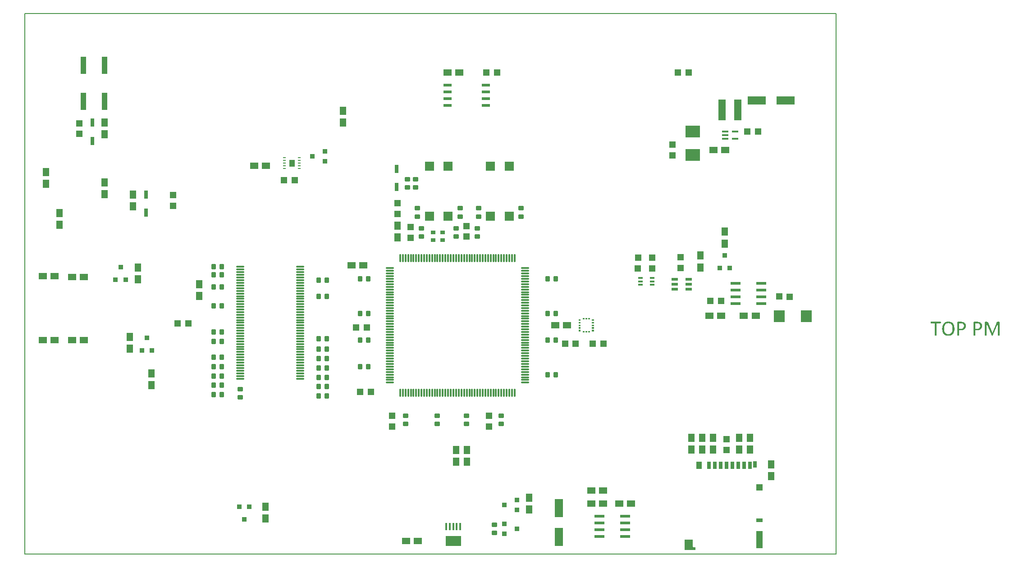
<source format=gtp>
G04*
G04 #@! TF.GenerationSoftware,Altium Limited,Altium Designer,19.0.15 (446)*
G04*
G04 Layer_Color=8421504*
%FSLAX23Y23*%
%MOIN*%
G70*
G01*
G75*
%ADD15C,0.005*%
%ADD17R,0.050X0.022*%
%ADD18R,0.138X0.063*%
%ADD19R,0.063X0.138*%
%ADD20R,0.050X0.060*%
%ADD21R,0.060X0.050*%
%ADD22R,0.050X0.047*%
%ADD23R,0.035X0.031*%
G04:AMPARAMS|DCode=24|XSize=37mil|YSize=35mil|CornerRadius=4mil|HoleSize=0mil|Usage=FLASHONLY|Rotation=180.000|XOffset=0mil|YOffset=0mil|HoleType=Round|Shape=RoundedRectangle|*
%AMROUNDEDRECTD24*
21,1,0.037,0.027,0,0,180.0*
21,1,0.029,0.035,0,0,180.0*
1,1,0.008,-0.014,0.014*
1,1,0.008,0.014,0.014*
1,1,0.008,0.014,-0.014*
1,1,0.008,-0.014,-0.014*
%
%ADD24ROUNDEDRECTD24*%
%ADD25R,0.031X0.063*%
%ADD26R,0.071X0.071*%
G04:AMPARAMS|DCode=27|XSize=59mil|YSize=11mil|CornerRadius=1mil|HoleSize=0mil|Usage=FLASHONLY|Rotation=270.000|XOffset=0mil|YOffset=0mil|HoleType=Round|Shape=RoundedRectangle|*
%AMROUNDEDRECTD27*
21,1,0.059,0.008,0,0,270.0*
21,1,0.056,0.011,0,0,270.0*
1,1,0.003,-0.004,-0.028*
1,1,0.003,-0.004,0.028*
1,1,0.003,0.004,0.028*
1,1,0.003,0.004,-0.028*
%
%ADD27ROUNDEDRECTD27*%
G04:AMPARAMS|DCode=28|XSize=59mil|YSize=11mil|CornerRadius=1mil|HoleSize=0mil|Usage=FLASHONLY|Rotation=0.000|XOffset=0mil|YOffset=0mil|HoleType=Round|Shape=RoundedRectangle|*
%AMROUNDEDRECTD28*
21,1,0.059,0.008,0,0,0.0*
21,1,0.056,0.011,0,0,0.0*
1,1,0.003,0.028,-0.004*
1,1,0.003,-0.028,-0.004*
1,1,0.003,-0.028,0.004*
1,1,0.003,0.028,0.004*
%
%ADD28ROUNDEDRECTD28*%
G04:AMPARAMS|DCode=29|XSize=37mil|YSize=35mil|CornerRadius=4mil|HoleSize=0mil|Usage=FLASHONLY|Rotation=90.000|XOffset=0mil|YOffset=0mil|HoleType=Round|Shape=RoundedRectangle|*
%AMROUNDEDRECTD29*
21,1,0.037,0.027,0,0,90.0*
21,1,0.029,0.035,0,0,90.0*
1,1,0.008,0.014,0.014*
1,1,0.008,0.014,-0.014*
1,1,0.008,-0.014,-0.014*
1,1,0.008,-0.014,0.014*
%
%ADD29ROUNDEDRECTD29*%
%ADD30R,0.047X0.050*%
G04:AMPARAMS|DCode=31|XSize=57mil|YSize=11mil|CornerRadius=1mil|HoleSize=0mil|Usage=FLASHONLY|Rotation=0.000|XOffset=0mil|YOffset=0mil|HoleType=Round|Shape=RoundedRectangle|*
%AMROUNDEDRECTD31*
21,1,0.057,0.008,0,0,0.0*
21,1,0.054,0.011,0,0,0.0*
1,1,0.003,0.027,-0.004*
1,1,0.003,-0.027,-0.004*
1,1,0.003,-0.027,0.004*
1,1,0.003,0.027,0.004*
%
%ADD31ROUNDEDRECTD31*%
%ADD32R,0.114X0.075*%
%ADD33R,0.016X0.053*%
%ADD34R,0.037X0.035*%
%ADD35R,0.037X0.035*%
G04:AMPARAMS|DCode=36|XSize=75mil|YSize=22mil|CornerRadius=3mil|HoleSize=0mil|Usage=FLASHONLY|Rotation=180.000|XOffset=0mil|YOffset=0mil|HoleType=Round|Shape=RoundedRectangle|*
%AMROUNDEDRECTD36*
21,1,0.075,0.017,0,0,180.0*
21,1,0.070,0.022,0,0,180.0*
1,1,0.006,-0.035,0.008*
1,1,0.006,0.035,0.008*
1,1,0.006,0.035,-0.008*
1,1,0.006,-0.035,-0.008*
%
%ADD36ROUNDEDRECTD36*%
%ADD37R,0.035X0.037*%
%ADD38R,0.035X0.037*%
%ADD39R,0.039X0.055*%
%ADD40R,0.028X0.055*%
%ADD41R,0.047X0.126*%
%ADD42R,0.047X0.047*%
%ADD43R,0.047X0.031*%
%ADD44R,0.028X0.047*%
%ADD45R,0.037X0.016*%
%ADD46R,0.080X0.090*%
G04:AMPARAMS|DCode=47|XSize=47mil|YSize=16mil|CornerRadius=4mil|HoleSize=0mil|Usage=FLASHONLY|Rotation=0.000|XOffset=0mil|YOffset=0mil|HoleType=Round|Shape=RoundedRectangle|*
%AMROUNDEDRECTD47*
21,1,0.047,0.008,0,0,0.0*
21,1,0.039,0.016,0,0,0.0*
1,1,0.008,0.019,-0.004*
1,1,0.008,-0.019,-0.004*
1,1,0.008,-0.019,0.004*
1,1,0.008,0.019,0.004*
%
%ADD47ROUNDEDRECTD47*%
%ADD48R,0.057X0.153*%
%ADD49R,0.108X0.085*%
G04:AMPARAMS|DCode=50|XSize=63mil|YSize=23mil|CornerRadius=3mil|HoleSize=0mil|Usage=FLASHONLY|Rotation=0.000|XOffset=0mil|YOffset=0mil|HoleType=Round|Shape=RoundedRectangle|*
%AMROUNDEDRECTD50*
21,1,0.063,0.017,0,0,0.0*
21,1,0.058,0.023,0,0,0.0*
1,1,0.006,0.029,-0.009*
1,1,0.006,-0.029,-0.009*
1,1,0.006,-0.029,0.009*
1,1,0.006,0.029,0.009*
%
%ADD50ROUNDEDRECTD50*%
%ADD51R,0.022X0.009*%
%ADD52R,0.039X0.126*%
G36*
X1996Y2869D02*
X1956D01*
Y2919D01*
X1996D01*
Y2869D01*
D02*
G37*
G36*
X4180Y1737D02*
X4166D01*
Y1748D01*
X4180D01*
Y1737D01*
D02*
G37*
G36*
X4161D02*
X4146D01*
Y1748D01*
X4161D01*
Y1737D01*
D02*
G37*
G36*
X4141D02*
X4127D01*
Y1748D01*
X4141D01*
Y1737D01*
D02*
G37*
G36*
X4209Y1728D02*
X4195D01*
Y1739D01*
X4209D01*
Y1728D01*
D02*
G37*
G36*
X4112D02*
X4098D01*
Y1739D01*
X4112D01*
Y1728D01*
D02*
G37*
G36*
X4209Y1708D02*
X4195D01*
Y1719D01*
X4209D01*
Y1708D01*
D02*
G37*
G36*
X4112D02*
X4098D01*
Y1719D01*
X4112D01*
Y1708D01*
D02*
G37*
G36*
X4209Y1688D02*
X4195D01*
Y1699D01*
X4209D01*
Y1688D01*
D02*
G37*
G36*
X4112D02*
X4098D01*
Y1699D01*
X4112D01*
Y1688D01*
D02*
G37*
G36*
X4209Y1669D02*
X4195D01*
Y1680D01*
X4209D01*
Y1669D01*
D02*
G37*
G36*
X4112D02*
X4098D01*
Y1680D01*
X4112D01*
Y1669D01*
D02*
G37*
G36*
X4209Y1649D02*
X4195D01*
Y1660D01*
X4209D01*
Y1649D01*
D02*
G37*
G36*
X4112D02*
X4098D01*
Y1660D01*
X4112D01*
Y1649D01*
D02*
G37*
G36*
X4180Y1640D02*
X4166D01*
Y1651D01*
X4180D01*
Y1640D01*
D02*
G37*
G36*
X4161D02*
X4146D01*
Y1651D01*
X4161D01*
Y1640D01*
D02*
G37*
G36*
X4141D02*
X4127D01*
Y1651D01*
X4141D01*
Y1640D01*
D02*
G37*
G36*
X4941Y57D02*
X4947Y51D01*
X4961D01*
Y31D01*
X4882D01*
Y106D01*
X4941D01*
Y57D01*
D02*
G37*
G36*
X7207Y1720D02*
X7208Y1720D01*
X7208D01*
X7209Y1719D01*
X7209Y1719D01*
X7210Y1718D01*
X7210Y1718D01*
X7210Y1718D01*
X7211Y1717D01*
X7211Y1716D01*
X7211Y1716D01*
X7211Y1716D01*
X7211Y1715D01*
Y1714D01*
Y1620D01*
Y1620D01*
X7211Y1619D01*
X7211Y1619D01*
X7210Y1618D01*
X7210Y1618D01*
X7210D01*
X7209Y1618D01*
X7209D01*
X7208Y1618D01*
X7208D01*
X7207Y1618D01*
X7206Y1618D01*
X7203D01*
X7202Y1618D01*
X7201Y1618D01*
X7201D01*
X7201Y1618D01*
X7200D01*
X7199Y1618D01*
X7199D01*
X7199Y1618D01*
X7198Y1619D01*
Y1619D01*
Y1619D01*
X7198Y1620D01*
Y1709D01*
X7198D01*
X7162Y1620D01*
X7162Y1619D01*
X7161Y1619D01*
X7161Y1618D01*
X7160Y1618D01*
X7160Y1618D01*
X7160D01*
X7159Y1618D01*
X7159D01*
X7158Y1618D01*
X7157D01*
X7156Y1618D01*
X7153D01*
X7152Y1618D01*
X7152D01*
X7151Y1618D01*
X7150Y1618D01*
X7150D01*
X7150Y1618D01*
X7149Y1619D01*
Y1619D01*
X7149Y1619D01*
X7149Y1620D01*
X7114Y1709D01*
Y1620D01*
Y1620D01*
X7114Y1619D01*
X7113Y1619D01*
X7113Y1618D01*
X7113Y1618D01*
X7112D01*
X7112Y1618D01*
X7111D01*
X7110Y1618D01*
X7110D01*
X7110Y1618D01*
X7108Y1618D01*
X7106D01*
X7105Y1618D01*
X7104Y1618D01*
X7104D01*
X7103Y1618D01*
X7102D01*
X7102Y1618D01*
X7102D01*
X7102Y1618D01*
X7101Y1619D01*
Y1619D01*
Y1619D01*
X7101Y1620D01*
Y1714D01*
Y1714D01*
Y1714D01*
X7101Y1715D01*
Y1716D01*
X7101Y1717D01*
X7102Y1718D01*
X7103Y1719D01*
X7104Y1719D01*
X7105Y1720D01*
X7106Y1720D01*
X7116D01*
X7117Y1720D01*
X7119Y1719D01*
X7119D01*
X7119Y1719D01*
X7120Y1719D01*
X7121Y1718D01*
X7122Y1718D01*
X7123Y1718D01*
X7123Y1717D01*
X7124Y1716D01*
X7125Y1715D01*
X7125Y1715D01*
X7125Y1714D01*
X7126Y1713D01*
X7126Y1712D01*
X7156Y1638D01*
X7156D01*
X7186Y1711D01*
Y1712D01*
X7186Y1712D01*
X7187Y1713D01*
X7188Y1714D01*
X7188Y1715D01*
X7188Y1716D01*
X7189Y1716D01*
X7190Y1717D01*
X7190Y1718D01*
X7191Y1718D01*
X7191Y1718D01*
X7192Y1719D01*
X7193Y1719D01*
X7194Y1720D01*
X7194Y1720D01*
X7195Y1720D01*
X7206D01*
X7207Y1720D01*
D02*
G37*
G36*
X7049D02*
X7051Y1720D01*
X7051D01*
X7052Y1719D01*
X7053Y1719D01*
X7054Y1719D01*
X7055Y1719D01*
X7058Y1718D01*
X7058D01*
X7059Y1718D01*
X7060Y1718D01*
X7061Y1718D01*
X7062Y1717D01*
X7063Y1717D01*
X7066Y1715D01*
X7067Y1715D01*
X7067Y1715D01*
X7068Y1714D01*
X7069Y1713D01*
X7071Y1711D01*
X7074Y1709D01*
X7074Y1709D01*
X7074Y1708D01*
X7075Y1707D01*
X7076Y1706D01*
X7076Y1705D01*
X7077Y1704D01*
X7078Y1700D01*
Y1700D01*
X7079Y1700D01*
X7079Y1699D01*
X7079Y1697D01*
X7080Y1696D01*
X7080Y1694D01*
X7080Y1690D01*
Y1690D01*
Y1689D01*
X7080Y1687D01*
X7080Y1686D01*
X7080Y1683D01*
X7079Y1681D01*
X7078Y1679D01*
X7078Y1676D01*
X7077Y1676D01*
X7077Y1675D01*
X7076Y1674D01*
X7076Y1673D01*
X7075Y1671D01*
X7073Y1669D01*
X7072Y1667D01*
X7070Y1666D01*
X7070Y1665D01*
X7069Y1665D01*
X7068Y1664D01*
X7067Y1663D01*
X7065Y1662D01*
X7063Y1661D01*
X7061Y1660D01*
X7059Y1659D01*
X7058D01*
X7057Y1659D01*
X7056Y1658D01*
X7054Y1658D01*
X7052Y1657D01*
X7049Y1657D01*
X7046Y1657D01*
X7042Y1657D01*
X7031D01*
Y1620D01*
Y1620D01*
X7031Y1619D01*
X7030Y1619D01*
X7030Y1618D01*
X7029Y1618D01*
X7029D01*
X7029Y1618D01*
X7028D01*
X7027Y1618D01*
X7027D01*
X7026Y1618D01*
X7025Y1618D01*
X7023D01*
X7022Y1618D01*
X7021Y1618D01*
X7021D01*
X7020Y1618D01*
X7019Y1618D01*
X7018D01*
X7018Y1618D01*
X7018Y1619D01*
Y1619D01*
Y1619D01*
X7017Y1620D01*
Y1714D01*
Y1714D01*
Y1715D01*
X7018Y1716D01*
X7018Y1717D01*
X7019Y1718D01*
X7019Y1719D01*
X7020Y1719D01*
X7021Y1720D01*
X7023Y1720D01*
X7047D01*
X7049Y1720D01*
D02*
G37*
G36*
X6929D02*
X6931Y1720D01*
X6932D01*
X6932Y1719D01*
X6933Y1719D01*
X6934Y1719D01*
X6935Y1719D01*
X6938Y1718D01*
X6938D01*
X6939Y1718D01*
X6940Y1718D01*
X6941Y1718D01*
X6942Y1717D01*
X6944Y1717D01*
X6947Y1715D01*
X6947Y1715D01*
X6947Y1715D01*
X6948Y1714D01*
X6949Y1713D01*
X6952Y1711D01*
X6954Y1709D01*
X6954Y1709D01*
X6955Y1708D01*
X6955Y1707D01*
X6956Y1706D01*
X6957Y1705D01*
X6957Y1704D01*
X6959Y1700D01*
Y1700D01*
X6959Y1700D01*
X6959Y1699D01*
X6960Y1697D01*
X6960Y1696D01*
X6960Y1694D01*
X6960Y1690D01*
Y1690D01*
Y1689D01*
X6960Y1687D01*
X6960Y1686D01*
X6960Y1683D01*
X6959Y1681D01*
X6959Y1679D01*
X6958Y1676D01*
X6958Y1676D01*
X6957Y1675D01*
X6957Y1674D01*
X6956Y1673D01*
X6955Y1671D01*
X6954Y1669D01*
X6952Y1667D01*
X6951Y1666D01*
X6950Y1665D01*
X6950Y1665D01*
X6949Y1664D01*
X6947Y1663D01*
X6946Y1662D01*
X6944Y1661D01*
X6941Y1660D01*
X6939Y1659D01*
X6938D01*
X6938Y1659D01*
X6936Y1658D01*
X6934Y1658D01*
X6932Y1657D01*
X6929Y1657D01*
X6926Y1657D01*
X6923Y1657D01*
X6911D01*
Y1620D01*
Y1620D01*
X6911Y1619D01*
X6910Y1619D01*
X6910Y1618D01*
X6910Y1618D01*
X6909D01*
X6909Y1618D01*
X6908D01*
X6908Y1618D01*
X6907D01*
X6907Y1618D01*
X6906Y1618D01*
X6903D01*
X6902Y1618D01*
X6901Y1618D01*
X6901D01*
X6900Y1618D01*
X6899Y1618D01*
X6899D01*
X6899Y1618D01*
X6898Y1619D01*
Y1619D01*
Y1619D01*
X6898Y1620D01*
Y1714D01*
Y1714D01*
Y1715D01*
X6898Y1716D01*
X6898Y1717D01*
X6899Y1718D01*
X6900Y1719D01*
X6900Y1719D01*
X6902Y1720D01*
X6903Y1720D01*
X6927D01*
X6929Y1720D01*
D02*
G37*
G36*
X6775Y1720D02*
X6775D01*
X6775Y1719D01*
X6775Y1718D01*
Y1718D01*
X6776Y1718D01*
X6776Y1717D01*
X6776Y1717D01*
Y1716D01*
X6776Y1716D01*
Y1715D01*
Y1714D01*
Y1714D01*
Y1713D01*
Y1712D01*
X6776Y1711D01*
Y1711D01*
X6776Y1711D01*
X6775Y1710D01*
X6775Y1709D01*
X6775Y1709D01*
X6774D01*
X6773Y1708D01*
X6745D01*
Y1620D01*
Y1620D01*
X6744Y1619D01*
X6744Y1619D01*
X6744Y1618D01*
X6743Y1618D01*
X6743D01*
X6743Y1618D01*
X6742D01*
X6741Y1618D01*
X6741D01*
X6740Y1618D01*
X6739Y1618D01*
X6737D01*
X6736Y1618D01*
X6735Y1618D01*
X6735D01*
X6734Y1618D01*
X6733Y1618D01*
X6732D01*
X6732Y1618D01*
X6732Y1619D01*
Y1619D01*
Y1619D01*
X6731Y1620D01*
Y1708D01*
X6702D01*
X6701Y1709D01*
X6701Y1709D01*
X6701Y1710D01*
Y1710D01*
X6700Y1710D01*
Y1711D01*
X6700Y1711D01*
Y1712D01*
Y1712D01*
X6700Y1713D01*
Y1714D01*
Y1714D01*
Y1715D01*
Y1716D01*
X6700Y1717D01*
Y1717D01*
X6700Y1717D01*
X6701Y1718D01*
Y1719D01*
X6701Y1719D01*
X6701Y1720D01*
X6702D01*
X6702Y1720D01*
X6703Y1720D01*
X6774D01*
X6775Y1720D01*
D02*
G37*
G36*
X6836Y1721D02*
X6838Y1721D01*
X6842Y1721D01*
X6845Y1720D01*
X6848Y1719D01*
X6851Y1718D01*
X6852D01*
X6852Y1718D01*
X6853Y1717D01*
X6854Y1716D01*
X6856Y1715D01*
X6859Y1714D01*
X6861Y1712D01*
X6863Y1710D01*
X6865Y1708D01*
X6865Y1708D01*
X6866Y1707D01*
X6867Y1705D01*
X6868Y1704D01*
X6870Y1701D01*
X6871Y1698D01*
X6873Y1695D01*
X6874Y1692D01*
Y1692D01*
X6874Y1692D01*
Y1691D01*
X6874Y1690D01*
X6874Y1689D01*
X6875Y1688D01*
X6875Y1686D01*
X6875Y1682D01*
X6876Y1679D01*
X6876Y1675D01*
X6876Y1670D01*
Y1670D01*
Y1669D01*
Y1669D01*
Y1668D01*
Y1667D01*
X6876Y1666D01*
X6876Y1663D01*
X6876Y1659D01*
X6875Y1655D01*
X6874Y1652D01*
X6873Y1648D01*
Y1648D01*
X6873Y1647D01*
X6873Y1647D01*
X6873Y1646D01*
X6872Y1644D01*
X6871Y1642D01*
X6870Y1639D01*
X6869Y1637D01*
X6867Y1634D01*
X6865Y1631D01*
X6865Y1631D01*
X6864Y1630D01*
X6862Y1629D01*
X6861Y1627D01*
X6859Y1625D01*
X6856Y1624D01*
X6853Y1622D01*
X6850Y1620D01*
X6850D01*
X6850Y1620D01*
X6849Y1620D01*
X6849Y1620D01*
X6847Y1619D01*
X6844Y1618D01*
X6841Y1618D01*
X6838Y1617D01*
X6834Y1617D01*
X6830Y1617D01*
X6828D01*
X6827Y1617D01*
X6826D01*
X6823Y1617D01*
X6820Y1617D01*
X6816Y1618D01*
X6813Y1619D01*
X6810Y1620D01*
X6810Y1620D01*
X6808Y1621D01*
X6807Y1621D01*
X6805Y1622D01*
X6803Y1624D01*
X6801Y1626D01*
X6798Y1628D01*
X6796Y1630D01*
X6796Y1630D01*
X6795Y1631D01*
X6794Y1633D01*
X6793Y1635D01*
X6792Y1637D01*
X6790Y1640D01*
X6789Y1643D01*
X6788Y1646D01*
Y1646D01*
X6788Y1647D01*
Y1647D01*
X6787Y1648D01*
X6787Y1649D01*
X6787Y1650D01*
X6787Y1653D01*
X6786Y1656D01*
X6786Y1660D01*
X6785Y1664D01*
X6785Y1668D01*
Y1669D01*
Y1669D01*
Y1669D01*
Y1670D01*
Y1671D01*
X6785Y1673D01*
X6786Y1676D01*
X6786Y1679D01*
X6786Y1683D01*
X6787Y1686D01*
X6788Y1690D01*
Y1690D01*
X6788Y1691D01*
X6788Y1691D01*
X6789Y1692D01*
X6789Y1694D01*
X6790Y1696D01*
X6791Y1699D01*
X6793Y1701D01*
X6795Y1704D01*
X6797Y1707D01*
X6797Y1707D01*
X6798Y1708D01*
X6799Y1709D01*
X6801Y1711D01*
X6803Y1712D01*
X6805Y1714D01*
X6808Y1716D01*
X6811Y1718D01*
X6812D01*
X6812Y1718D01*
X6812Y1718D01*
X6813Y1718D01*
X6815Y1719D01*
X6817Y1720D01*
X6820Y1720D01*
X6824Y1721D01*
X6828Y1721D01*
X6832Y1721D01*
X6834D01*
X6836Y1721D01*
D02*
G37*
%LPC*%
G36*
X7043Y1709D02*
X7031D01*
Y1668D01*
X7045D01*
X7047Y1668D01*
X7048Y1668D01*
X7050Y1668D01*
X7052Y1669D01*
X7053Y1669D01*
X7053D01*
X7054Y1670D01*
X7055Y1670D01*
X7056Y1670D01*
X7058Y1672D01*
X7060Y1674D01*
X7060Y1674D01*
X7061Y1674D01*
X7061Y1675D01*
X7062Y1676D01*
X7063Y1678D01*
X7064Y1680D01*
Y1681D01*
X7065Y1681D01*
X7065Y1682D01*
X7065Y1683D01*
X7065Y1684D01*
X7066Y1686D01*
X7066Y1689D01*
Y1689D01*
Y1690D01*
X7066Y1691D01*
X7065Y1693D01*
X7065Y1694D01*
X7065Y1696D01*
X7064Y1698D01*
X7063Y1699D01*
X7063Y1700D01*
X7063Y1700D01*
X7063Y1701D01*
X7062Y1702D01*
X7060Y1704D01*
X7059Y1705D01*
X7058Y1706D01*
X7057Y1706D01*
X7057Y1706D01*
X7056Y1706D01*
X7055Y1707D01*
X7053Y1708D01*
X7051Y1708D01*
X7050D01*
X7050Y1708D01*
X7049D01*
X7048Y1708D01*
X7046Y1709D01*
X7043Y1709D01*
D02*
G37*
G36*
X6924D02*
X6911D01*
Y1668D01*
X6926D01*
X6927Y1668D01*
X6929Y1668D01*
X6930Y1668D01*
X6932Y1669D01*
X6934Y1669D01*
X6934D01*
X6934Y1670D01*
X6935Y1670D01*
X6936Y1670D01*
X6938Y1672D01*
X6940Y1674D01*
X6941Y1674D01*
X6941Y1674D01*
X6941Y1675D01*
X6942Y1676D01*
X6943Y1678D01*
X6945Y1680D01*
Y1681D01*
X6945Y1681D01*
X6945Y1682D01*
X6945Y1683D01*
X6946Y1684D01*
X6946Y1686D01*
X6946Y1689D01*
Y1689D01*
Y1690D01*
X6946Y1691D01*
X6946Y1693D01*
X6946Y1694D01*
X6945Y1696D01*
X6945Y1698D01*
X6944Y1699D01*
X6944Y1700D01*
X6943Y1700D01*
X6943Y1701D01*
X6942Y1702D01*
X6940Y1704D01*
X6939Y1705D01*
X6938Y1706D01*
X6938Y1706D01*
X6937Y1706D01*
X6937Y1706D01*
X6936Y1707D01*
X6934Y1708D01*
X6931Y1708D01*
X6931D01*
X6930Y1708D01*
X6930D01*
X6929Y1708D01*
X6926Y1709D01*
X6924Y1709D01*
D02*
G37*
G36*
X6831Y1710D02*
X6830D01*
X6828Y1710D01*
X6826Y1709D01*
X6824Y1709D01*
X6821Y1708D01*
X6819Y1707D01*
X6816Y1706D01*
X6816Y1706D01*
X6815Y1706D01*
X6814Y1705D01*
X6813Y1704D01*
X6811Y1703D01*
X6810Y1701D01*
X6808Y1700D01*
X6806Y1698D01*
X6806Y1697D01*
X6806Y1697D01*
X6805Y1695D01*
X6804Y1694D01*
X6803Y1692D01*
X6803Y1690D01*
X6802Y1687D01*
X6801Y1685D01*
Y1684D01*
X6801Y1683D01*
X6801Y1682D01*
X6800Y1680D01*
X6800Y1678D01*
X6800Y1675D01*
X6800Y1672D01*
Y1669D01*
Y1669D01*
Y1669D01*
Y1668D01*
Y1666D01*
X6800Y1664D01*
X6800Y1661D01*
X6800Y1659D01*
X6801Y1653D01*
Y1652D01*
X6801Y1651D01*
X6802Y1650D01*
X6802Y1648D01*
X6803Y1646D01*
X6804Y1644D01*
X6805Y1642D01*
X6806Y1640D01*
X6806Y1640D01*
X6807Y1639D01*
X6807Y1638D01*
X6809Y1637D01*
X6810Y1635D01*
X6812Y1634D01*
X6814Y1633D01*
X6816Y1631D01*
X6816Y1631D01*
X6817Y1631D01*
X6818Y1630D01*
X6820Y1630D01*
X6822Y1629D01*
X6824Y1629D01*
X6827Y1628D01*
X6830Y1628D01*
X6832D01*
X6834Y1628D01*
X6836Y1629D01*
X6838Y1629D01*
X6840Y1630D01*
X6843Y1630D01*
X6845Y1632D01*
X6846Y1632D01*
X6846Y1632D01*
X6847Y1633D01*
X6849Y1634D01*
X6850Y1635D01*
X6852Y1637D01*
X6854Y1638D01*
X6855Y1640D01*
X6855Y1641D01*
X6856Y1641D01*
X6856Y1643D01*
X6857Y1644D01*
X6858Y1646D01*
X6859Y1648D01*
X6860Y1651D01*
X6860Y1653D01*
Y1654D01*
X6861Y1655D01*
X6861Y1656D01*
X6861Y1658D01*
X6861Y1661D01*
X6862Y1663D01*
X6862Y1666D01*
Y1669D01*
Y1669D01*
Y1669D01*
Y1671D01*
Y1672D01*
X6862Y1674D01*
X6862Y1677D01*
X6861Y1680D01*
X6860Y1685D01*
Y1686D01*
X6860Y1686D01*
X6860Y1688D01*
X6859Y1690D01*
X6859Y1692D01*
X6858Y1694D01*
X6857Y1696D01*
X6855Y1698D01*
X6855Y1698D01*
X6855Y1699D01*
X6854Y1700D01*
X6853Y1701D01*
X6851Y1703D01*
X6850Y1704D01*
X6848Y1705D01*
X6846Y1707D01*
X6846Y1707D01*
X6845Y1707D01*
X6843Y1708D01*
X6842Y1708D01*
X6840Y1709D01*
X6837Y1709D01*
X6834Y1710D01*
X6831Y1710D01*
D02*
G37*
%LPD*%
D15*
X0Y0D02*
Y4000D01*
X6000D01*
Y0D02*
Y4000D01*
X0Y0D02*
X6000D01*
D17*
X4807Y2035D02*
D03*
Y1998D02*
D03*
Y1961D02*
D03*
X4909D02*
D03*
Y1998D02*
D03*
Y2035D02*
D03*
D18*
X5628Y3356D02*
D03*
X5415D02*
D03*
D19*
X3951Y128D02*
D03*
Y341D02*
D03*
D20*
X157Y2742D02*
D03*
Y2829D02*
D03*
X256Y2524D02*
D03*
Y2437D02*
D03*
X5089Y773D02*
D03*
Y861D02*
D03*
X5012Y773D02*
D03*
Y861D02*
D03*
X5285Y773D02*
D03*
Y861D02*
D03*
X5364Y773D02*
D03*
Y861D02*
D03*
X4931Y773D02*
D03*
Y861D02*
D03*
X3269Y685D02*
D03*
Y772D02*
D03*
X3190D02*
D03*
Y685D02*
D03*
X2756Y2431D02*
D03*
Y2343D02*
D03*
X3730Y330D02*
D03*
Y418D02*
D03*
X1781Y352D02*
D03*
Y265D02*
D03*
X5522Y664D02*
D03*
Y576D02*
D03*
X4998Y2122D02*
D03*
Y2210D02*
D03*
X5177Y2299D02*
D03*
Y2386D02*
D03*
X778Y1609D02*
D03*
Y1521D02*
D03*
X837Y2121D02*
D03*
Y2033D02*
D03*
X1289Y1911D02*
D03*
Y1999D02*
D03*
X2354Y3282D02*
D03*
Y3194D02*
D03*
X591Y3106D02*
D03*
Y3193D02*
D03*
Y2663D02*
D03*
Y2750D02*
D03*
X799Y2574D02*
D03*
Y2662D02*
D03*
X937Y1251D02*
D03*
Y1339D02*
D03*
D21*
X3126Y3563D02*
D03*
X3213D02*
D03*
X4012Y1693D02*
D03*
X3925D02*
D03*
X2417Y2136D02*
D03*
X2504D02*
D03*
X2820Y98D02*
D03*
X2908D02*
D03*
X4189Y472D02*
D03*
X4276D02*
D03*
X4189Y374D02*
D03*
X4276D02*
D03*
X4396D02*
D03*
X4484D02*
D03*
X5063Y1764D02*
D03*
X5151D02*
D03*
X5318D02*
D03*
X5406D02*
D03*
X350Y1585D02*
D03*
X437D02*
D03*
X133Y1585D02*
D03*
X221D02*
D03*
X133Y2057D02*
D03*
X221D02*
D03*
X350Y2051D02*
D03*
X437D02*
D03*
X5094Y2992D02*
D03*
X5182D02*
D03*
X1784Y2874D02*
D03*
X1696D02*
D03*
D22*
X2756Y2599D02*
D03*
X2756Y2519D02*
D03*
X3268Y2350D02*
D03*
X3268Y2429D02*
D03*
X2854Y2422D02*
D03*
X2854Y2342D02*
D03*
X3435Y945D02*
D03*
X3435Y1024D02*
D03*
X2717Y1024D02*
D03*
X2716Y945D02*
D03*
X5189Y851D02*
D03*
X5189Y771D02*
D03*
X4852Y2199D02*
D03*
X4852Y2119D02*
D03*
X4642Y2114D02*
D03*
X4642Y2193D02*
D03*
X4536Y2193D02*
D03*
X4535Y2114D02*
D03*
X4791Y3032D02*
D03*
X4791Y2952D02*
D03*
X403Y3110D02*
D03*
X404Y3189D02*
D03*
X1098Y2578D02*
D03*
X1098Y2658D02*
D03*
D23*
X3019Y2324D02*
D03*
Y2381D02*
D03*
X3092Y2324D02*
D03*
Y2381D02*
D03*
D24*
X3346Y2352D02*
D03*
Y2412D02*
D03*
X3191Y2351D02*
D03*
Y2411D02*
D03*
X2933Y2352D02*
D03*
Y2412D02*
D03*
X2830Y2714D02*
D03*
Y2774D02*
D03*
X2889Y2714D02*
D03*
Y2774D02*
D03*
X2904Y2499D02*
D03*
Y2560D02*
D03*
X3219Y2499D02*
D03*
Y2560D02*
D03*
X3356Y2499D02*
D03*
Y2560D02*
D03*
X3671Y2499D02*
D03*
Y2560D02*
D03*
X3524Y1024D02*
D03*
Y964D02*
D03*
X3268Y1024D02*
D03*
Y964D02*
D03*
X3051Y1024D02*
D03*
Y964D02*
D03*
X2816Y1024D02*
D03*
Y964D02*
D03*
X1595Y1221D02*
D03*
Y1161D02*
D03*
X3474Y157D02*
D03*
Y217D02*
D03*
D25*
X2752Y2717D02*
D03*
Y2850D02*
D03*
X502Y3059D02*
D03*
Y3193D02*
D03*
X898Y2661D02*
D03*
Y2528D02*
D03*
D26*
X3583Y2872D02*
D03*
Y2502D02*
D03*
X3445Y2872D02*
D03*
Y2502D02*
D03*
X3131Y2870D02*
D03*
Y2500D02*
D03*
X2993Y2870D02*
D03*
Y2500D02*
D03*
D27*
X3623Y1194D02*
D03*
X3604D02*
D03*
X3584D02*
D03*
X3564D02*
D03*
X3544D02*
D03*
X3525D02*
D03*
X3505D02*
D03*
X3485D02*
D03*
X3466D02*
D03*
X3446D02*
D03*
X3426D02*
D03*
X3407D02*
D03*
X3387D02*
D03*
X3367D02*
D03*
X3348D02*
D03*
X3328D02*
D03*
X3308D02*
D03*
X3289D02*
D03*
X3269D02*
D03*
X3249D02*
D03*
X3230D02*
D03*
X3210D02*
D03*
X3190D02*
D03*
X3170D02*
D03*
X3151D02*
D03*
X3131D02*
D03*
X3111D02*
D03*
X3092D02*
D03*
X3072D02*
D03*
X3052D02*
D03*
X3033D02*
D03*
X3013D02*
D03*
X2993D02*
D03*
X2974D02*
D03*
X2954D02*
D03*
X2934D02*
D03*
X2915D02*
D03*
X2895D02*
D03*
X2875D02*
D03*
X2856D02*
D03*
X2836D02*
D03*
X2816D02*
D03*
X2796D02*
D03*
X2777D02*
D03*
Y2192D02*
D03*
X2796D02*
D03*
X2816D02*
D03*
X2836D02*
D03*
X2856D02*
D03*
X2875D02*
D03*
X2895D02*
D03*
X2915D02*
D03*
X2934D02*
D03*
X2954D02*
D03*
X2974D02*
D03*
X2993D02*
D03*
X3013D02*
D03*
X3033D02*
D03*
X3052D02*
D03*
X3072D02*
D03*
X3092D02*
D03*
X3111D02*
D03*
X3131D02*
D03*
X3151D02*
D03*
X3170D02*
D03*
X3190D02*
D03*
X3210D02*
D03*
X3230D02*
D03*
X3249D02*
D03*
X3269D02*
D03*
X3289D02*
D03*
X3308D02*
D03*
X3328D02*
D03*
X3348D02*
D03*
X3367D02*
D03*
X3387D02*
D03*
X3407D02*
D03*
X3426D02*
D03*
X3446D02*
D03*
X3466D02*
D03*
X3485D02*
D03*
X3505D02*
D03*
X3525D02*
D03*
X3544D02*
D03*
X3564D02*
D03*
X3584D02*
D03*
X3604D02*
D03*
X3623D02*
D03*
D28*
X3699Y2117D02*
D03*
Y2097D02*
D03*
Y2077D02*
D03*
Y2057D02*
D03*
Y2038D02*
D03*
Y2018D02*
D03*
Y1998D02*
D03*
Y1979D02*
D03*
Y1959D02*
D03*
Y1939D02*
D03*
Y1920D02*
D03*
Y1900D02*
D03*
Y1880D02*
D03*
Y1861D02*
D03*
Y1841D02*
D03*
Y1821D02*
D03*
Y1802D02*
D03*
Y1782D02*
D03*
Y1762D02*
D03*
Y1743D02*
D03*
Y1723D02*
D03*
Y1703D02*
D03*
Y1683D02*
D03*
Y1664D02*
D03*
Y1644D02*
D03*
Y1624D02*
D03*
Y1605D02*
D03*
Y1585D02*
D03*
Y1565D02*
D03*
Y1546D02*
D03*
Y1526D02*
D03*
Y1506D02*
D03*
Y1487D02*
D03*
Y1467D02*
D03*
Y1447D02*
D03*
Y1428D02*
D03*
Y1408D02*
D03*
Y1388D02*
D03*
Y1369D02*
D03*
Y1349D02*
D03*
Y1329D02*
D03*
Y1309D02*
D03*
Y1290D02*
D03*
Y1270D02*
D03*
X2701D02*
D03*
Y1290D02*
D03*
Y1309D02*
D03*
Y1329D02*
D03*
Y1349D02*
D03*
Y1369D02*
D03*
Y1388D02*
D03*
Y1408D02*
D03*
Y1428D02*
D03*
Y1447D02*
D03*
Y1467D02*
D03*
Y1487D02*
D03*
Y1506D02*
D03*
Y1526D02*
D03*
Y1546D02*
D03*
Y1565D02*
D03*
Y1585D02*
D03*
Y1605D02*
D03*
Y1624D02*
D03*
Y1644D02*
D03*
Y1664D02*
D03*
Y1683D02*
D03*
Y1703D02*
D03*
Y1723D02*
D03*
Y1743D02*
D03*
Y1762D02*
D03*
Y1782D02*
D03*
Y1802D02*
D03*
Y1821D02*
D03*
Y1841D02*
D03*
Y1861D02*
D03*
Y1880D02*
D03*
Y1900D02*
D03*
Y1920D02*
D03*
Y1939D02*
D03*
Y1959D02*
D03*
Y1979D02*
D03*
Y1998D02*
D03*
Y2018D02*
D03*
Y2038D02*
D03*
Y2057D02*
D03*
Y2077D02*
D03*
Y2097D02*
D03*
Y2117D02*
D03*
D29*
X3867Y2038D02*
D03*
X3928D02*
D03*
X3867Y1781D02*
D03*
X3928D02*
D03*
X3867Y1585D02*
D03*
X3928D02*
D03*
X3867Y1329D02*
D03*
X3928D02*
D03*
X2540Y1585D02*
D03*
X2480D02*
D03*
X2540Y1388D02*
D03*
X2480D02*
D03*
X2540Y1782D02*
D03*
X2480D02*
D03*
X2540Y2038D02*
D03*
X2480D02*
D03*
X2174Y1171D02*
D03*
X2235D02*
D03*
X2174Y1594D02*
D03*
X2235D02*
D03*
X2174Y1516D02*
D03*
X2235D02*
D03*
X2174Y1447D02*
D03*
X2235D02*
D03*
X2174Y1378D02*
D03*
X2235D02*
D03*
X2174Y1309D02*
D03*
X2235D02*
D03*
X2174Y1240D02*
D03*
X2235D02*
D03*
X2174Y1909D02*
D03*
X2235D02*
D03*
X2174Y2028D02*
D03*
X2235D02*
D03*
X1457Y2126D02*
D03*
X1397D02*
D03*
X1457Y1978D02*
D03*
X1397D02*
D03*
X1457Y1839D02*
D03*
X1397D02*
D03*
X1457Y1644D02*
D03*
X1397D02*
D03*
X1457Y1575D02*
D03*
X1397D02*
D03*
X1457Y1457D02*
D03*
X1397D02*
D03*
X1457Y1388D02*
D03*
X1397D02*
D03*
X1457Y1319D02*
D03*
X1397D02*
D03*
X1457Y1250D02*
D03*
X1397D02*
D03*
X1457Y1181D02*
D03*
X1397D02*
D03*
Y2067D02*
D03*
X1457D02*
D03*
D30*
X4282Y1559D02*
D03*
X4202Y1559D02*
D03*
X3996Y1559D02*
D03*
X4075Y1559D02*
D03*
X2480Y1201D02*
D03*
X2559Y1201D02*
D03*
X2530Y1679D02*
D03*
X2450Y1679D02*
D03*
X5071Y1874D02*
D03*
X5150Y1874D02*
D03*
X5658Y1905D02*
D03*
X5579Y1906D02*
D03*
X1132Y1708D02*
D03*
X1211Y1708D02*
D03*
X5424Y3126D02*
D03*
X5344Y3126D02*
D03*
X4910Y3563D02*
D03*
X4830Y3563D02*
D03*
X3494Y3563D02*
D03*
X3415Y3563D02*
D03*
X1996Y2766D02*
D03*
X1917Y2766D02*
D03*
D31*
X1595Y1358D02*
D03*
Y1398D02*
D03*
Y1378D02*
D03*
Y1299D02*
D03*
Y1339D02*
D03*
Y1319D02*
D03*
Y1634D02*
D03*
Y1476D02*
D03*
Y1417D02*
D03*
Y1457D02*
D03*
Y1437D02*
D03*
Y1516D02*
D03*
Y1496D02*
D03*
Y1535D02*
D03*
Y1575D02*
D03*
Y1555D02*
D03*
Y1594D02*
D03*
Y1654D02*
D03*
Y1614D02*
D03*
Y1693D02*
D03*
Y1673D02*
D03*
Y1791D02*
D03*
Y1831D02*
D03*
Y1811D02*
D03*
Y1713D02*
D03*
Y1752D02*
D03*
Y1732D02*
D03*
Y1909D02*
D03*
Y1850D02*
D03*
Y1890D02*
D03*
Y1870D02*
D03*
Y1969D02*
D03*
Y2008D02*
D03*
Y1988D02*
D03*
Y1772D02*
D03*
Y1949D02*
D03*
Y1929D02*
D03*
Y2106D02*
D03*
Y2126D02*
D03*
Y2047D02*
D03*
Y2028D02*
D03*
Y2087D02*
D03*
Y2067D02*
D03*
X2037Y1299D02*
D03*
Y1319D02*
D03*
Y1358D02*
D03*
Y1339D02*
D03*
Y1398D02*
D03*
Y1378D02*
D03*
Y1437D02*
D03*
Y1417D02*
D03*
Y1516D02*
D03*
Y1555D02*
D03*
Y1535D02*
D03*
Y1457D02*
D03*
Y1496D02*
D03*
Y1476D02*
D03*
Y1575D02*
D03*
Y1614D02*
D03*
Y1594D02*
D03*
Y1634D02*
D03*
Y1673D02*
D03*
Y1654D02*
D03*
Y2008D02*
D03*
Y2047D02*
D03*
Y2028D02*
D03*
Y1949D02*
D03*
Y1988D02*
D03*
Y1969D02*
D03*
Y2126D02*
D03*
Y2067D02*
D03*
Y2106D02*
D03*
Y2087D02*
D03*
Y1752D02*
D03*
Y1791D02*
D03*
Y1772D02*
D03*
Y1693D02*
D03*
Y1732D02*
D03*
Y1713D02*
D03*
Y1890D02*
D03*
Y1929D02*
D03*
Y1909D02*
D03*
Y1831D02*
D03*
Y1811D02*
D03*
Y1870D02*
D03*
Y1850D02*
D03*
D32*
X3169Y97D02*
D03*
D33*
X3144Y203D02*
D03*
X3118D02*
D03*
X3195D02*
D03*
X3169D02*
D03*
X3220D02*
D03*
D34*
X3546Y364D02*
D03*
X3639Y327D02*
D03*
X3639Y187D02*
D03*
X3546Y224D02*
D03*
X2128Y2945D02*
D03*
X2221Y2907D02*
D03*
D35*
X3639Y402D02*
D03*
X3546Y150D02*
D03*
X2221Y2982D02*
D03*
D36*
X4250Y281D02*
D03*
Y181D02*
D03*
Y131D02*
D03*
Y231D02*
D03*
X4440Y281D02*
D03*
Y231D02*
D03*
Y131D02*
D03*
Y181D02*
D03*
X5447Y1855D02*
D03*
Y1955D02*
D03*
Y2005D02*
D03*
Y1905D02*
D03*
X5257Y1855D02*
D03*
Y1905D02*
D03*
Y2005D02*
D03*
Y1955D02*
D03*
D37*
X1624Y259D02*
D03*
X1661Y351D02*
D03*
X5177Y2212D02*
D03*
X5140Y2119D02*
D03*
X904Y1601D02*
D03*
X867Y1509D02*
D03*
X709Y2123D02*
D03*
X671Y2031D02*
D03*
D38*
X1587Y351D02*
D03*
X5215Y2119D02*
D03*
X941Y1509D02*
D03*
X746Y2031D02*
D03*
D39*
X4986Y659D02*
D03*
D40*
X5278D02*
D03*
X5061D02*
D03*
X5104D02*
D03*
X5321D02*
D03*
X5234D02*
D03*
X5364D02*
D03*
X5148D02*
D03*
X5191D02*
D03*
D41*
X5435Y108D02*
D03*
D42*
Y494D02*
D03*
D43*
Y250D02*
D03*
D44*
X5402Y663D02*
D03*
D45*
X4640Y2018D02*
D03*
Y1993D02*
D03*
Y2044D02*
D03*
X4553D02*
D03*
Y2018D02*
D03*
Y1993D02*
D03*
D46*
X5581Y1762D02*
D03*
X5781D02*
D03*
D47*
X5254Y3075D02*
D03*
Y3126D02*
D03*
X5179D02*
D03*
Y3100D02*
D03*
Y3075D02*
D03*
D48*
X5275Y3287D02*
D03*
X5158D02*
D03*
D49*
X4941Y3128D02*
D03*
Y2954D02*
D03*
D50*
X3410Y3371D02*
D03*
Y3421D02*
D03*
Y3321D02*
D03*
Y3471D02*
D03*
X3126D02*
D03*
Y3421D02*
D03*
Y3371D02*
D03*
Y3321D02*
D03*
D51*
X1920Y2854D02*
D03*
Y2894D02*
D03*
Y2874D02*
D03*
Y2913D02*
D03*
Y2933D02*
D03*
X2032Y2854D02*
D03*
Y2874D02*
D03*
Y2933D02*
D03*
Y2913D02*
D03*
Y2894D02*
D03*
D52*
X591Y3618D02*
D03*
X433D02*
D03*
X591Y3350D02*
D03*
X433D02*
D03*
M02*

</source>
